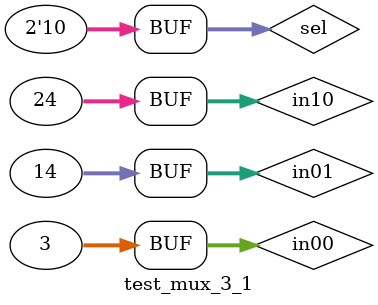
<source format=v>
`timescale 1ns / 1ps


module test_mux_3_1;

	// Inputs
	reg [31:0] in00;
	reg [31:0] in01;
	reg [31:0] in10;
	reg [1:0] sel;

	// Outputs
	wire [31:0] out;

	// Instantiate the Unit Under Test (UUT)
	Mux_3_1 uut (
		.out(out), 
		.in00(in00), 
		.in01(in01), 
		.in10(in10), 
		.sel(sel)
	);

	initial begin
		// Initialize Inputs
		in00 = 3;
		in01 = 14;
		in10 = 24;
		sel = 0;

		// Wait 100 ns for global reset to finish
		#100;
        
		sel = 1;
		
		#10;
		
		sel = 2;
		
		#10;
		// Add stimulus here

	end
      
endmodule


</source>
